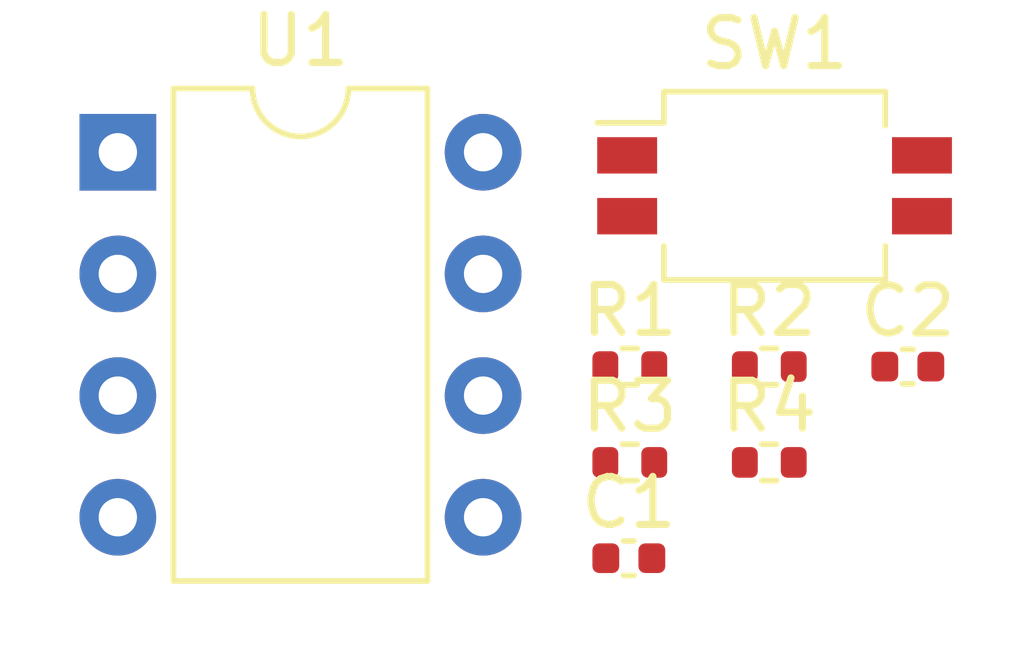
<source format=kicad_pcb>
(kicad_pcb (version 20171130) (host pcbnew "(5.1.12)-1")

  (general
    (thickness 1.6)
    (drawings 0)
    (tracks 0)
    (zones 0)
    (modules 8)
    (nets 8)
  )

  (page A4)
  (layers
    (0 F.Cu signal)
    (31 B.Cu signal)
    (32 B.Adhes user)
    (33 F.Adhes user)
    (34 B.Paste user)
    (35 F.Paste user)
    (36 B.SilkS user)
    (37 F.SilkS user)
    (38 B.Mask user)
    (39 F.Mask user)
    (40 Dwgs.User user)
    (41 Cmts.User user)
    (42 Eco1.User user)
    (43 Eco2.User user)
    (44 Edge.Cuts user)
    (45 Margin user)
    (46 B.CrtYd user)
    (47 F.CrtYd user)
    (48 B.Fab user)
    (49 F.Fab user)
  )

  (setup
    (last_trace_width 0.25)
    (trace_clearance 0.2)
    (zone_clearance 0.508)
    (zone_45_only no)
    (trace_min 0.2)
    (via_size 0.8)
    (via_drill 0.4)
    (via_min_size 0.4)
    (via_min_drill 0.3)
    (uvia_size 0.3)
    (uvia_drill 0.1)
    (uvias_allowed no)
    (uvia_min_size 0.2)
    (uvia_min_drill 0.1)
    (edge_width 0.05)
    (segment_width 0.2)
    (pcb_text_width 0.3)
    (pcb_text_size 1.5 1.5)
    (mod_edge_width 0.12)
    (mod_text_size 1 1)
    (mod_text_width 0.15)
    (pad_size 1.524 1.524)
    (pad_drill 0.762)
    (pad_to_mask_clearance 0)
    (aux_axis_origin 0 0)
    (visible_elements 7FFFFFFF)
    (pcbplotparams
      (layerselection 0x010fc_ffffffff)
      (usegerberextensions false)
      (usegerberattributes true)
      (usegerberadvancedattributes true)
      (creategerberjobfile true)
      (excludeedgelayer true)
      (linewidth 0.100000)
      (plotframeref false)
      (viasonmask false)
      (mode 1)
      (useauxorigin false)
      (hpglpennumber 1)
      (hpglpenspeed 20)
      (hpglpendiameter 15.000000)
      (psnegative false)
      (psa4output false)
      (plotreference true)
      (plotvalue true)
      (plotinvisibletext false)
      (padsonsilk false)
      (subtractmaskfromsilk false)
      (outputformat 1)
      (mirror false)
      (drillshape 1)
      (scaleselection 1)
      (outputdirectory ""))
  )

  (net 0 "")
  (net 1 GND)
  (net 2 "Net-(C1-Pad1)")
  (net 3 B1)
  (net 4 VCC)
  (net 5 /RST)
  (net 6 "Net-(R3-Pad1)")
  (net 7 "Net-(R4-Pad2)")

  (net_class Default "This is the default net class."
    (clearance 0.2)
    (trace_width 0.25)
    (via_dia 0.8)
    (via_drill 0.4)
    (uvia_dia 0.3)
    (uvia_drill 0.1)
    (add_net /RST)
    (add_net B1)
    (add_net GND)
    (add_net "Net-(C1-Pad1)")
    (add_net "Net-(R3-Pad1)")
    (add_net "Net-(R4-Pad2)")
    (add_net "Net-(U1-Pad2)")
    (add_net "Net-(U1-Pad3)")
    (add_net VCC)
  )

  (module Resistor_SMD:R_0402_1005Metric (layer F.Cu) (tedit 5F68FEEE) (tstamp 61A03B83)
    (at 102.975001 59.32)
    (descr "Resistor SMD 0402 (1005 Metric), square (rectangular) end terminal, IPC_7351 nominal, (Body size source: IPC-SM-782 page 72, https://www.pcb-3d.com/wordpress/wp-content/uploads/ipc-sm-782a_amendment_1_and_2.pdf), generated with kicad-footprint-generator")
    (tags resistor)
    (path /61A09979)
    (attr smd)
    (fp_text reference R4 (at 0 -1.17) (layer F.SilkS)
      (effects (font (size 1 1) (thickness 0.15)))
    )
    (fp_text value 10k (at 0 1.17) (layer F.Fab)
      (effects (font (size 1 1) (thickness 0.15)))
    )
    (fp_text user %R (at 0 0) (layer F.Fab)
      (effects (font (size 0.26 0.26) (thickness 0.04)))
    )
    (fp_line (start -0.525 0.27) (end -0.525 -0.27) (layer F.Fab) (width 0.1))
    (fp_line (start -0.525 -0.27) (end 0.525 -0.27) (layer F.Fab) (width 0.1))
    (fp_line (start 0.525 -0.27) (end 0.525 0.27) (layer F.Fab) (width 0.1))
    (fp_line (start 0.525 0.27) (end -0.525 0.27) (layer F.Fab) (width 0.1))
    (fp_line (start -0.153641 -0.38) (end 0.153641 -0.38) (layer F.SilkS) (width 0.12))
    (fp_line (start -0.153641 0.38) (end 0.153641 0.38) (layer F.SilkS) (width 0.12))
    (fp_line (start -0.93 0.47) (end -0.93 -0.47) (layer F.CrtYd) (width 0.05))
    (fp_line (start -0.93 -0.47) (end 0.93 -0.47) (layer F.CrtYd) (width 0.05))
    (fp_line (start 0.93 -0.47) (end 0.93 0.47) (layer F.CrtYd) (width 0.05))
    (fp_line (start 0.93 0.47) (end -0.93 0.47) (layer F.CrtYd) (width 0.05))
    (pad 2 smd roundrect (at 0.51 0) (size 0.54 0.64) (layers F.Cu F.Paste F.Mask) (roundrect_rratio 0.25)
      (net 7 "Net-(R4-Pad2)"))
    (pad 1 smd roundrect (at -0.51 0) (size 0.54 0.64) (layers F.Cu F.Paste F.Mask) (roundrect_rratio 0.25)
      (net 4 VCC))
    (model ${KISYS3DMOD}/Resistor_SMD.3dshapes/R_0402_1005Metric.wrl
      (at (xyz 0 0 0))
      (scale (xyz 1 1 1))
      (rotate (xyz 0 0 0))
    )
  )

  (module Resistor_SMD:R_0402_1005Metric (layer F.Cu) (tedit 5F68FEEE) (tstamp 61A03B72)
    (at 100.065001 59.32)
    (descr "Resistor SMD 0402 (1005 Metric), square (rectangular) end terminal, IPC_7351 nominal, (Body size source: IPC-SM-782 page 72, https://www.pcb-3d.com/wordpress/wp-content/uploads/ipc-sm-782a_amendment_1_and_2.pdf), generated with kicad-footprint-generator")
    (tags resistor)
    (path /61A07A0A)
    (attr smd)
    (fp_text reference R3 (at 0 -1.17) (layer F.SilkS)
      (effects (font (size 1 1) (thickness 0.15)))
    )
    (fp_text value 10k (at 0 1.17) (layer F.Fab)
      (effects (font (size 1 1) (thickness 0.15)))
    )
    (fp_text user %R (at 0 0) (layer F.Fab)
      (effects (font (size 0.26 0.26) (thickness 0.04)))
    )
    (fp_line (start -0.525 0.27) (end -0.525 -0.27) (layer F.Fab) (width 0.1))
    (fp_line (start -0.525 -0.27) (end 0.525 -0.27) (layer F.Fab) (width 0.1))
    (fp_line (start 0.525 -0.27) (end 0.525 0.27) (layer F.Fab) (width 0.1))
    (fp_line (start 0.525 0.27) (end -0.525 0.27) (layer F.Fab) (width 0.1))
    (fp_line (start -0.153641 -0.38) (end 0.153641 -0.38) (layer F.SilkS) (width 0.12))
    (fp_line (start -0.153641 0.38) (end 0.153641 0.38) (layer F.SilkS) (width 0.12))
    (fp_line (start -0.93 0.47) (end -0.93 -0.47) (layer F.CrtYd) (width 0.05))
    (fp_line (start -0.93 -0.47) (end 0.93 -0.47) (layer F.CrtYd) (width 0.05))
    (fp_line (start 0.93 -0.47) (end 0.93 0.47) (layer F.CrtYd) (width 0.05))
    (fp_line (start 0.93 0.47) (end -0.93 0.47) (layer F.CrtYd) (width 0.05))
    (pad 2 smd roundrect (at 0.51 0) (size 0.54 0.64) (layers F.Cu F.Paste F.Mask) (roundrect_rratio 0.25)
      (net 2 "Net-(C1-Pad1)"))
    (pad 1 smd roundrect (at -0.51 0) (size 0.54 0.64) (layers F.Cu F.Paste F.Mask) (roundrect_rratio 0.25)
      (net 6 "Net-(R3-Pad1)"))
    (model ${KISYS3DMOD}/Resistor_SMD.3dshapes/R_0402_1005Metric.wrl
      (at (xyz 0 0 0))
      (scale (xyz 1 1 1))
      (rotate (xyz 0 0 0))
    )
  )

  (module Resistor_SMD:R_0402_1005Metric (layer F.Cu) (tedit 5F68FEEE) (tstamp 61A03B61)
    (at 102.975001 57.32)
    (descr "Resistor SMD 0402 (1005 Metric), square (rectangular) end terminal, IPC_7351 nominal, (Body size source: IPC-SM-782 page 72, https://www.pcb-3d.com/wordpress/wp-content/uploads/ipc-sm-782a_amendment_1_and_2.pdf), generated with kicad-footprint-generator")
    (tags resistor)
    (path /61A06876)
    (attr smd)
    (fp_text reference R2 (at 0 -1.17) (layer F.SilkS)
      (effects (font (size 1 1) (thickness 0.15)))
    )
    (fp_text value 10k (at 0 1.17) (layer F.Fab)
      (effects (font (size 1 1) (thickness 0.15)))
    )
    (fp_text user %R (at 0 0) (layer F.Fab)
      (effects (font (size 0.26 0.26) (thickness 0.04)))
    )
    (fp_line (start -0.525 0.27) (end -0.525 -0.27) (layer F.Fab) (width 0.1))
    (fp_line (start -0.525 -0.27) (end 0.525 -0.27) (layer F.Fab) (width 0.1))
    (fp_line (start 0.525 -0.27) (end 0.525 0.27) (layer F.Fab) (width 0.1))
    (fp_line (start 0.525 0.27) (end -0.525 0.27) (layer F.Fab) (width 0.1))
    (fp_line (start -0.153641 -0.38) (end 0.153641 -0.38) (layer F.SilkS) (width 0.12))
    (fp_line (start -0.153641 0.38) (end 0.153641 0.38) (layer F.SilkS) (width 0.12))
    (fp_line (start -0.93 0.47) (end -0.93 -0.47) (layer F.CrtYd) (width 0.05))
    (fp_line (start -0.93 -0.47) (end 0.93 -0.47) (layer F.CrtYd) (width 0.05))
    (fp_line (start 0.93 -0.47) (end 0.93 0.47) (layer F.CrtYd) (width 0.05))
    (fp_line (start 0.93 0.47) (end -0.93 0.47) (layer F.CrtYd) (width 0.05))
    (pad 2 smd roundrect (at 0.51 0) (size 0.54 0.64) (layers F.Cu F.Paste F.Mask) (roundrect_rratio 0.25)
      (net 5 /RST))
    (pad 1 smd roundrect (at -0.51 0) (size 0.54 0.64) (layers F.Cu F.Paste F.Mask) (roundrect_rratio 0.25)
      (net 4 VCC))
    (model ${KISYS3DMOD}/Resistor_SMD.3dshapes/R_0402_1005Metric.wrl
      (at (xyz 0 0 0))
      (scale (xyz 1 1 1))
      (rotate (xyz 0 0 0))
    )
  )

  (module Resistor_SMD:R_0402_1005Metric (layer F.Cu) (tedit 5F68FEEE) (tstamp 61A03B50)
    (at 100.065001 57.32)
    (descr "Resistor SMD 0402 (1005 Metric), square (rectangular) end terminal, IPC_7351 nominal, (Body size source: IPC-SM-782 page 72, https://www.pcb-3d.com/wordpress/wp-content/uploads/ipc-sm-782a_amendment_1_and_2.pdf), generated with kicad-footprint-generator")
    (tags resistor)
    (path /619FFF67)
    (attr smd)
    (fp_text reference R1 (at 0 -1.17) (layer F.SilkS)
      (effects (font (size 1 1) (thickness 0.15)))
    )
    (fp_text value 10k (at 0 1.17) (layer F.Fab)
      (effects (font (size 1 1) (thickness 0.15)))
    )
    (fp_text user %R (at 0 0) (layer F.Fab)
      (effects (font (size 0.26 0.26) (thickness 0.04)))
    )
    (fp_line (start -0.525 0.27) (end -0.525 -0.27) (layer F.Fab) (width 0.1))
    (fp_line (start -0.525 -0.27) (end 0.525 -0.27) (layer F.Fab) (width 0.1))
    (fp_line (start 0.525 -0.27) (end 0.525 0.27) (layer F.Fab) (width 0.1))
    (fp_line (start 0.525 0.27) (end -0.525 0.27) (layer F.Fab) (width 0.1))
    (fp_line (start -0.153641 -0.38) (end 0.153641 -0.38) (layer F.SilkS) (width 0.12))
    (fp_line (start -0.153641 0.38) (end 0.153641 0.38) (layer F.SilkS) (width 0.12))
    (fp_line (start -0.93 0.47) (end -0.93 -0.47) (layer F.CrtYd) (width 0.05))
    (fp_line (start -0.93 -0.47) (end 0.93 -0.47) (layer F.CrtYd) (width 0.05))
    (fp_line (start 0.93 -0.47) (end 0.93 0.47) (layer F.CrtYd) (width 0.05))
    (fp_line (start 0.93 0.47) (end -0.93 0.47) (layer F.CrtYd) (width 0.05))
    (pad 2 smd roundrect (at 0.51 0) (size 0.54 0.64) (layers F.Cu F.Paste F.Mask) (roundrect_rratio 0.25)
      (net 2 "Net-(C1-Pad1)"))
    (pad 1 smd roundrect (at -0.51 0) (size 0.54 0.64) (layers F.Cu F.Paste F.Mask) (roundrect_rratio 0.25)
      (net 4 VCC))
    (model ${KISYS3DMOD}/Resistor_SMD.3dshapes/R_0402_1005Metric.wrl
      (at (xyz 0 0 0))
      (scale (xyz 1 1 1))
      (rotate (xyz 0 0 0))
    )
  )

  (module Capacitor_SMD:C_0402_1005Metric (layer F.Cu) (tedit 5F68FEEE) (tstamp 61A03B3F)
    (at 105.865001 57.32)
    (descr "Capacitor SMD 0402 (1005 Metric), square (rectangular) end terminal, IPC_7351 nominal, (Body size source: IPC-SM-782 page 76, https://www.pcb-3d.com/wordpress/wp-content/uploads/ipc-sm-782a_amendment_1_and_2.pdf), generated with kicad-footprint-generator")
    (tags capacitor)
    (path /61A0A200)
    (attr smd)
    (fp_text reference C2 (at 0 -1.16) (layer F.SilkS)
      (effects (font (size 1 1) (thickness 0.15)))
    )
    (fp_text value 100nF (at 0 1.16) (layer F.Fab)
      (effects (font (size 1 1) (thickness 0.15)))
    )
    (fp_text user %R (at 0 0) (layer F.Fab)
      (effects (font (size 0.25 0.25) (thickness 0.04)))
    )
    (fp_line (start -0.5 0.25) (end -0.5 -0.25) (layer F.Fab) (width 0.1))
    (fp_line (start -0.5 -0.25) (end 0.5 -0.25) (layer F.Fab) (width 0.1))
    (fp_line (start 0.5 -0.25) (end 0.5 0.25) (layer F.Fab) (width 0.1))
    (fp_line (start 0.5 0.25) (end -0.5 0.25) (layer F.Fab) (width 0.1))
    (fp_line (start -0.107836 -0.36) (end 0.107836 -0.36) (layer F.SilkS) (width 0.12))
    (fp_line (start -0.107836 0.36) (end 0.107836 0.36) (layer F.SilkS) (width 0.12))
    (fp_line (start -0.91 0.46) (end -0.91 -0.46) (layer F.CrtYd) (width 0.05))
    (fp_line (start -0.91 -0.46) (end 0.91 -0.46) (layer F.CrtYd) (width 0.05))
    (fp_line (start 0.91 -0.46) (end 0.91 0.46) (layer F.CrtYd) (width 0.05))
    (fp_line (start 0.91 0.46) (end -0.91 0.46) (layer F.CrtYd) (width 0.05))
    (pad 2 smd roundrect (at 0.48 0) (size 0.56 0.62) (layers F.Cu F.Paste F.Mask) (roundrect_rratio 0.25)
      (net 3 B1))
    (pad 1 smd roundrect (at -0.48 0) (size 0.56 0.62) (layers F.Cu F.Paste F.Mask) (roundrect_rratio 0.25)
      (net 1 GND))
    (model ${KISYS3DMOD}/Capacitor_SMD.3dshapes/C_0402_1005Metric.wrl
      (at (xyz 0 0 0))
      (scale (xyz 1 1 1))
      (rotate (xyz 0 0 0))
    )
  )

  (module Capacitor_SMD:C_0402_1005Metric (layer F.Cu) (tedit 5F68FEEE) (tstamp 61A03B2E)
    (at 100.045001 61.32)
    (descr "Capacitor SMD 0402 (1005 Metric), square (rectangular) end terminal, IPC_7351 nominal, (Body size source: IPC-SM-782 page 76, https://www.pcb-3d.com/wordpress/wp-content/uploads/ipc-sm-782a_amendment_1_and_2.pdf), generated with kicad-footprint-generator")
    (tags capacitor)
    (path /61A02A4E)
    (attr smd)
    (fp_text reference C1 (at 0 -1.16) (layer F.SilkS)
      (effects (font (size 1 1) (thickness 0.15)))
    )
    (fp_text value 100nF (at 0 1.16) (layer F.Fab)
      (effects (font (size 1 1) (thickness 0.15)))
    )
    (fp_text user %R (at 0 0) (layer F.Fab)
      (effects (font (size 0.25 0.25) (thickness 0.04)))
    )
    (fp_line (start -0.5 0.25) (end -0.5 -0.25) (layer F.Fab) (width 0.1))
    (fp_line (start -0.5 -0.25) (end 0.5 -0.25) (layer F.Fab) (width 0.1))
    (fp_line (start 0.5 -0.25) (end 0.5 0.25) (layer F.Fab) (width 0.1))
    (fp_line (start 0.5 0.25) (end -0.5 0.25) (layer F.Fab) (width 0.1))
    (fp_line (start -0.107836 -0.36) (end 0.107836 -0.36) (layer F.SilkS) (width 0.12))
    (fp_line (start -0.107836 0.36) (end 0.107836 0.36) (layer F.SilkS) (width 0.12))
    (fp_line (start -0.91 0.46) (end -0.91 -0.46) (layer F.CrtYd) (width 0.05))
    (fp_line (start -0.91 -0.46) (end 0.91 -0.46) (layer F.CrtYd) (width 0.05))
    (fp_line (start 0.91 -0.46) (end 0.91 0.46) (layer F.CrtYd) (width 0.05))
    (fp_line (start 0.91 0.46) (end -0.91 0.46) (layer F.CrtYd) (width 0.05))
    (pad 2 smd roundrect (at 0.48 0) (size 0.56 0.62) (layers F.Cu F.Paste F.Mask) (roundrect_rratio 0.25)
      (net 1 GND))
    (pad 1 smd roundrect (at -0.48 0) (size 0.56 0.62) (layers F.Cu F.Paste F.Mask) (roundrect_rratio 0.25)
      (net 2 "Net-(C1-Pad1)"))
    (model ${KISYS3DMOD}/Capacitor_SMD.3dshapes/C_0402_1005Metric.wrl
      (at (xyz 0 0 0))
      (scale (xyz 1 1 1))
      (rotate (xyz 0 0 0))
    )
  )

  (module Package_DIP:DIP-8_W7.62mm (layer F.Cu) (tedit 5A02E8C5) (tstamp 61A03BCB)
    (at 89.385001 52.845001)
    (descr "8-lead though-hole mounted DIP package, row spacing 7.62 mm (300 mils)")
    (tags "THT DIP DIL PDIP 2.54mm 7.62mm 300mil")
    (path /61A03A1D)
    (fp_text reference U1 (at 3.81 -2.33) (layer F.SilkS)
      (effects (font (size 1 1) (thickness 0.15)))
    )
    (fp_text value ATtiny85V-10PU (at 3.81 9.95) (layer F.Fab)
      (effects (font (size 1 1) (thickness 0.15)))
    )
    (fp_text user %R (at 3.81 3.81) (layer F.Fab)
      (effects (font (size 1 1) (thickness 0.15)))
    )
    (fp_arc (start 3.81 -1.33) (end 2.81 -1.33) (angle -180) (layer F.SilkS) (width 0.12))
    (fp_line (start 1.635 -1.27) (end 6.985 -1.27) (layer F.Fab) (width 0.1))
    (fp_line (start 6.985 -1.27) (end 6.985 8.89) (layer F.Fab) (width 0.1))
    (fp_line (start 6.985 8.89) (end 0.635 8.89) (layer F.Fab) (width 0.1))
    (fp_line (start 0.635 8.89) (end 0.635 -0.27) (layer F.Fab) (width 0.1))
    (fp_line (start 0.635 -0.27) (end 1.635 -1.27) (layer F.Fab) (width 0.1))
    (fp_line (start 2.81 -1.33) (end 1.16 -1.33) (layer F.SilkS) (width 0.12))
    (fp_line (start 1.16 -1.33) (end 1.16 8.95) (layer F.SilkS) (width 0.12))
    (fp_line (start 1.16 8.95) (end 6.46 8.95) (layer F.SilkS) (width 0.12))
    (fp_line (start 6.46 8.95) (end 6.46 -1.33) (layer F.SilkS) (width 0.12))
    (fp_line (start 6.46 -1.33) (end 4.81 -1.33) (layer F.SilkS) (width 0.12))
    (fp_line (start -1.1 -1.55) (end -1.1 9.15) (layer F.CrtYd) (width 0.05))
    (fp_line (start -1.1 9.15) (end 8.7 9.15) (layer F.CrtYd) (width 0.05))
    (fp_line (start 8.7 9.15) (end 8.7 -1.55) (layer F.CrtYd) (width 0.05))
    (fp_line (start 8.7 -1.55) (end -1.1 -1.55) (layer F.CrtYd) (width 0.05))
    (pad 8 thru_hole oval (at 7.62 0) (size 1.6 1.6) (drill 0.8) (layers *.Cu *.Mask)
      (net 4 VCC))
    (pad 4 thru_hole oval (at 0 7.62) (size 1.6 1.6) (drill 0.8) (layers *.Cu *.Mask)
      (net 1 GND))
    (pad 7 thru_hole oval (at 7.62 2.54) (size 1.6 1.6) (drill 0.8) (layers *.Cu *.Mask)
      (net 6 "Net-(R3-Pad1)"))
    (pad 3 thru_hole oval (at 0 5.08) (size 1.6 1.6) (drill 0.8) (layers *.Cu *.Mask))
    (pad 6 thru_hole oval (at 7.62 5.08) (size 1.6 1.6) (drill 0.8) (layers *.Cu *.Mask)
      (net 3 B1))
    (pad 2 thru_hole oval (at 0 2.54) (size 1.6 1.6) (drill 0.8) (layers *.Cu *.Mask))
    (pad 5 thru_hole oval (at 7.62 7.62) (size 1.6 1.6) (drill 0.8) (layers *.Cu *.Mask)
      (net 7 "Net-(R4-Pad2)"))
    (pad 1 thru_hole rect (at 0 0) (size 1.6 1.6) (drill 0.8) (layers *.Cu *.Mask)
      (net 5 /RST))
    (model ${KISYS3DMOD}/Package_DIP.3dshapes/DIP-8_W7.62mm.wrl
      (at (xyz 0 0 0))
      (scale (xyz 1 1 1))
      (rotate (xyz 0 0 0))
    )
  )

  (module Button_Switch_SMD:SW_DIP_SPSTx02_Slide_Omron_A6H-2101_W6.15mm_P1.27mm (layer F.Cu) (tedit 5A4E1407) (tstamp 61A03BAF)
    (at 103.085001 53.545001)
    (descr "SMD 2x-dip-switch SPST Omron_A6H-2101, Slide, row spacing 6.15 mm (242 mils), body size  (see https://www.omron.com/ecb/products/pdf/en-a6h.pdf)")
    (tags "SMD DIP Switch SPST Slide 6.15mm 242mil")
    (path /61A00861)
    (attr smd)
    (fp_text reference SW1 (at 0 -2.965) (layer F.SilkS)
      (effects (font (size 1 1) (thickness 0.15)))
    )
    (fp_text value SW_Push (at 0 2.965) (layer F.Fab)
      (effects (font (size 1 1) (thickness 0.15)))
    )
    (fp_text user on (at 0.3875 -1.395) (layer F.Fab)
      (effects (font (size 0.455 0.455) (thickness 0.06825)))
    )
    (fp_text user %R (at 1.925 0 90) (layer F.Fab)
      (effects (font (size 0.455 0.455) (thickness 0.06825)))
    )
    (fp_line (start -1.25 -1.905) (end 2.25 -1.905) (layer F.Fab) (width 0.1))
    (fp_line (start 2.25 -1.905) (end 2.25 1.905) (layer F.Fab) (width 0.1))
    (fp_line (start 2.25 1.905) (end -2.25 1.905) (layer F.Fab) (width 0.1))
    (fp_line (start -2.25 1.905) (end -2.25 -0.905) (layer F.Fab) (width 0.1))
    (fp_line (start -2.25 -0.905) (end -1.25 -1.905) (layer F.Fab) (width 0.1))
    (fp_line (start -1.6 -0.885) (end -1.6 -0.385) (layer F.Fab) (width 0.1))
    (fp_line (start -1.6 -0.385) (end 1.6 -0.385) (layer F.Fab) (width 0.1))
    (fp_line (start 1.6 -0.385) (end 1.6 -0.885) (layer F.Fab) (width 0.1))
    (fp_line (start 1.6 -0.885) (end -1.6 -0.885) (layer F.Fab) (width 0.1))
    (fp_line (start -1.6 -0.785) (end -0.533333 -0.785) (layer F.Fab) (width 0.1))
    (fp_line (start -1.6 -0.685) (end -0.533333 -0.685) (layer F.Fab) (width 0.1))
    (fp_line (start -1.6 -0.585) (end -0.533333 -0.585) (layer F.Fab) (width 0.1))
    (fp_line (start -1.6 -0.485) (end -0.533333 -0.485) (layer F.Fab) (width 0.1))
    (fp_line (start -0.533333 -0.885) (end -0.533333 -0.385) (layer F.Fab) (width 0.1))
    (fp_line (start -1.6 0.385) (end -1.6 0.885) (layer F.Fab) (width 0.1))
    (fp_line (start -1.6 0.885) (end 1.6 0.885) (layer F.Fab) (width 0.1))
    (fp_line (start 1.6 0.885) (end 1.6 0.385) (layer F.Fab) (width 0.1))
    (fp_line (start 1.6 0.385) (end -1.6 0.385) (layer F.Fab) (width 0.1))
    (fp_line (start -1.6 0.485) (end -0.533333 0.485) (layer F.Fab) (width 0.1))
    (fp_line (start -1.6 0.585) (end -0.533333 0.585) (layer F.Fab) (width 0.1))
    (fp_line (start -1.6 0.685) (end -0.533333 0.685) (layer F.Fab) (width 0.1))
    (fp_line (start -1.6 0.785) (end -0.533333 0.785) (layer F.Fab) (width 0.1))
    (fp_line (start -0.533333 0.385) (end -0.533333 0.885) (layer F.Fab) (width 0.1))
    (fp_line (start -2.309 1.965) (end 2.31 1.965) (layer F.SilkS) (width 0.12))
    (fp_line (start -3.7 -1.315) (end -2.309 -1.315) (layer F.SilkS) (width 0.12))
    (fp_line (start -2.309 -1.965) (end -2.309 -1.315) (layer F.SilkS) (width 0.12))
    (fp_line (start -2.309 -1.965) (end 2.31 -1.965) (layer F.SilkS) (width 0.12))
    (fp_line (start 2.31 -1.965) (end 2.31 -1.255) (layer F.SilkS) (width 0.12))
    (fp_line (start -2.309 1.255) (end -2.309 1.965) (layer F.SilkS) (width 0.12))
    (fp_line (start 2.31 1.255) (end 2.31 1.965) (layer F.SilkS) (width 0.12))
    (fp_line (start -3.95 -2.25) (end -3.95 2.25) (layer F.CrtYd) (width 0.05))
    (fp_line (start -3.95 2.25) (end 3.95 2.25) (layer F.CrtYd) (width 0.05))
    (fp_line (start 3.95 2.25) (end 3.95 -2.25) (layer F.CrtYd) (width 0.05))
    (fp_line (start 3.95 -2.25) (end -3.95 -2.25) (layer F.CrtYd) (width 0.05))
    (pad 4 smd rect (at 3.075 -0.635) (size 1.25 0.76) (layers F.Cu F.Paste F.Mask))
    (pad 2 smd rect (at -3.075 0.635) (size 1.25 0.76) (layers F.Cu F.Paste F.Mask)
      (net 2 "Net-(C1-Pad1)"))
    (pad 3 smd rect (at 3.075 0.635) (size 1.25 0.76) (layers F.Cu F.Paste F.Mask))
    (pad 1 smd rect (at -3.075 -0.635) (size 1.25 0.76) (layers F.Cu F.Paste F.Mask)
      (net 1 GND))
    (model ${KISYS3DMOD}/Button_Switch_SMD.3dshapes/SW_DIP_SPSTx02_Slide_Omron_A6H-2101_W6.15mm_P1.27mm.wrl
      (at (xyz 0 0 0))
      (scale (xyz 1 1 1))
      (rotate (xyz 0 0 0))
    )
  )

)

</source>
